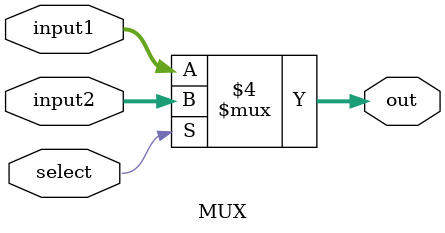
<source format=v>
`ifndef MODULE_MUX
`define MODULE_MUX
`timescale 1ns / 1ps

module MUX(
    input       select,
    input       [31:0]  input1, input2,
    output  reg [31:0]  out
    );
    always @(select or input1 or input2) begin
        if (select == 1'b0)
            out = input1;
        else
            out = input2;
    end
endmodule
`endif
</source>
